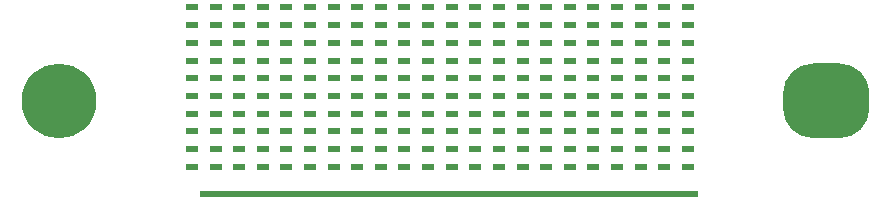
<source format=gbr>
%TF.GenerationSoftware,KiCad,Pcbnew,(5.1.10)-1*%
%TF.CreationDate,2021-06-17T14:39:17-05:00*%
%TF.ProjectId,TFPX_stencil_UNL,54465058-5f73-4746-956e-63696c5f554e,rev?*%
%TF.SameCoordinates,Original*%
%TF.FileFunction,Paste,Top*%
%TF.FilePolarity,Positive*%
%FSLAX46Y46*%
G04 Gerber Fmt 4.6, Leading zero omitted, Abs format (unit mm)*
G04 Created by KiCad (PCBNEW (5.1.10)-1) date 2021-06-17 14:39:17*
%MOMM*%
%LPD*%
G01*
G04 APERTURE LIST*
%ADD10C,6.320000*%
%ADD11R,42.200000X0.500000*%
%ADD12R,1.000000X0.500000*%
G04 APERTURE END LIST*
%TO.C,REF\u002A\u002A*%
G36*
G01*
X161810000Y-87282000D02*
X161810000Y-86018000D01*
G75*
G02*
X164338000Y-83490000I2528000J0D01*
G01*
X166602000Y-83490000D01*
G75*
G02*
X169130000Y-86018000I0J-2528000D01*
G01*
X169130000Y-87282000D01*
G75*
G02*
X166602000Y-89810000I-2528000J0D01*
G01*
X164338000Y-89810000D01*
G75*
G02*
X161810000Y-87282000I0J2528000D01*
G01*
G37*
D10*
X100470000Y-86650000D03*
D11*
X133560000Y-94560000D03*
D12*
X153760000Y-92240000D03*
X151760000Y-92240000D03*
X149760000Y-92240000D03*
X147760000Y-92240000D03*
X145760000Y-92240000D03*
X143760000Y-92240000D03*
X141760000Y-92240000D03*
X139760000Y-92240000D03*
X137760000Y-92240000D03*
X135760000Y-92240000D03*
X133760000Y-92240000D03*
X131760000Y-92240000D03*
X129760000Y-92240000D03*
X127760000Y-92240000D03*
X125760000Y-92240000D03*
X123760000Y-92240000D03*
X121760000Y-92240000D03*
X119760000Y-92240000D03*
X117760000Y-92240000D03*
X115760000Y-92240000D03*
X113760000Y-92240000D03*
X111760000Y-92240000D03*
X153760000Y-90740000D03*
X151760000Y-90740000D03*
X149760000Y-90740000D03*
X147760000Y-90740000D03*
X145760000Y-90740000D03*
X143760000Y-90740000D03*
X141760000Y-90740000D03*
X139760000Y-90740000D03*
X137760000Y-90740000D03*
X135760000Y-90740000D03*
X133760000Y-90740000D03*
X131760000Y-90740000D03*
X129760000Y-90740000D03*
X127760000Y-90740000D03*
X125760000Y-90740000D03*
X123760000Y-90740000D03*
X121760000Y-90740000D03*
X119760000Y-90740000D03*
X117760000Y-90740000D03*
X115760000Y-90740000D03*
X113760000Y-90740000D03*
X111760000Y-90740000D03*
X153760000Y-89240000D03*
X151760000Y-89240000D03*
X149760000Y-89240000D03*
X147760000Y-89240000D03*
X145760000Y-89240000D03*
X143760000Y-89240000D03*
X141760000Y-89240000D03*
X139760000Y-89240000D03*
X137760000Y-89240000D03*
X135760000Y-89240000D03*
X133760000Y-89240000D03*
X131760000Y-89240000D03*
X129760000Y-89240000D03*
X127760000Y-89240000D03*
X125760000Y-89240000D03*
X123760000Y-89240000D03*
X121760000Y-89240000D03*
X119760000Y-89240000D03*
X117760000Y-89240000D03*
X115760000Y-89240000D03*
X113760000Y-89240000D03*
X111760000Y-89240000D03*
X153760000Y-87740000D03*
X151760000Y-87740000D03*
X149760000Y-87740000D03*
X147760000Y-87740000D03*
X145760000Y-87740000D03*
X143760000Y-87740000D03*
X141760000Y-87740000D03*
X139760000Y-87740000D03*
X137760000Y-87740000D03*
X135760000Y-87740000D03*
X133760000Y-87740000D03*
X131760000Y-87740000D03*
X129760000Y-87740000D03*
X127760000Y-87740000D03*
X125760000Y-87740000D03*
X123760000Y-87740000D03*
X121760000Y-87740000D03*
X119760000Y-87740000D03*
X117760000Y-87740000D03*
X115760000Y-87740000D03*
X113760000Y-87740000D03*
X111760000Y-87740000D03*
X153760000Y-86240000D03*
X151760000Y-86240000D03*
X149760000Y-86240000D03*
X147760000Y-86240000D03*
X145760000Y-86240000D03*
X143760000Y-86240000D03*
X141760000Y-86240000D03*
X139760000Y-86240000D03*
X137760000Y-86240000D03*
X135760000Y-86240000D03*
X133760000Y-86240000D03*
X131760000Y-86240000D03*
X129760000Y-86240000D03*
X127760000Y-86240000D03*
X125760000Y-86240000D03*
X123760000Y-86240000D03*
X121760000Y-86240000D03*
X119760000Y-86240000D03*
X117760000Y-86240000D03*
X115760000Y-86240000D03*
X113760000Y-86240000D03*
X111760000Y-86240000D03*
X153760000Y-84740000D03*
X151760000Y-84740000D03*
X149760000Y-84740000D03*
X147760000Y-84740000D03*
X145760000Y-84740000D03*
X143760000Y-84740000D03*
X141760000Y-84740000D03*
X139760000Y-84740000D03*
X137760000Y-84740000D03*
X135760000Y-84740000D03*
X133760000Y-84740000D03*
X131760000Y-84740000D03*
X129760000Y-84740000D03*
X127760000Y-84740000D03*
X125760000Y-84740000D03*
X123760000Y-84740000D03*
X121760000Y-84740000D03*
X119760000Y-84740000D03*
X117760000Y-84740000D03*
X115760000Y-84740000D03*
X113760000Y-84740000D03*
X111760000Y-84740000D03*
X153760000Y-83240000D03*
X151760000Y-83240000D03*
X149760000Y-83240000D03*
X147760000Y-83240000D03*
X145760000Y-83240000D03*
X143760000Y-83240000D03*
X141760000Y-83240000D03*
X139760000Y-83240000D03*
X137760000Y-83240000D03*
X135760000Y-83240000D03*
X133760000Y-83240000D03*
X131760000Y-83240000D03*
X129760000Y-83240000D03*
X127760000Y-83240000D03*
X125760000Y-83240000D03*
X123760000Y-83240000D03*
X121760000Y-83240000D03*
X119760000Y-83240000D03*
X117760000Y-83240000D03*
X115760000Y-83240000D03*
X113760000Y-83240000D03*
X111760000Y-83240000D03*
X153760000Y-81740000D03*
X151760000Y-81740000D03*
X149760000Y-81740000D03*
X147760000Y-81740000D03*
X145760000Y-81740000D03*
X143760000Y-81740000D03*
X141760000Y-81740000D03*
X139760000Y-81740000D03*
X137760000Y-81740000D03*
X135760000Y-81740000D03*
X133760000Y-81740000D03*
X131760000Y-81740000D03*
X129760000Y-81740000D03*
X127760000Y-81740000D03*
X125760000Y-81740000D03*
X123760000Y-81740000D03*
X121760000Y-81740000D03*
X119760000Y-81740000D03*
X117760000Y-81740000D03*
X115760000Y-81740000D03*
X113760000Y-81740000D03*
X111760000Y-81740000D03*
X153760000Y-80240000D03*
X151760000Y-80240000D03*
X149760000Y-80240000D03*
X147760000Y-80240000D03*
X145760000Y-80240000D03*
X143760000Y-80240000D03*
X141760000Y-80240000D03*
X139760000Y-80240000D03*
X137760000Y-80240000D03*
X135760000Y-80240000D03*
X133760000Y-80240000D03*
X131760000Y-80240000D03*
X129760000Y-80240000D03*
X127760000Y-80240000D03*
X125760000Y-80240000D03*
X123760000Y-80240000D03*
X121760000Y-80240000D03*
X119760000Y-80240000D03*
X117760000Y-80240000D03*
X115760000Y-80240000D03*
X113760000Y-80240000D03*
X111760000Y-80240000D03*
X153760000Y-78740000D03*
X151760000Y-78740000D03*
X149760000Y-78740000D03*
X147760000Y-78740000D03*
X145760000Y-78740000D03*
X143760000Y-78740000D03*
X141760000Y-78740000D03*
X139760000Y-78740000D03*
X137760000Y-78740000D03*
X135760000Y-78740000D03*
X133760000Y-78740000D03*
X131760000Y-78740000D03*
X129760000Y-78740000D03*
X127760000Y-78740000D03*
X125760000Y-78740000D03*
X123760000Y-78740000D03*
X121760000Y-78740000D03*
X119760000Y-78740000D03*
X117760000Y-78740000D03*
X115760000Y-78740000D03*
X113760000Y-78740000D03*
X111760000Y-78740000D03*
%TD*%
M02*

</source>
